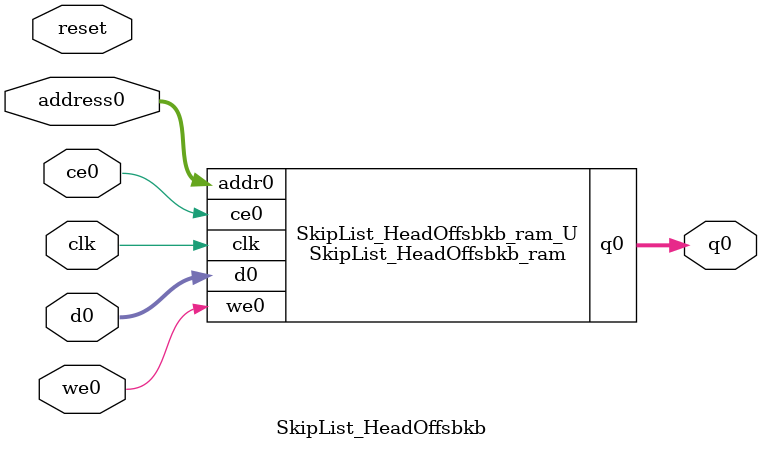
<source format=v>

`timescale 1 ns / 1 ps
module SkipList_HeadOffsbkb_ram (addr0, ce0, d0, we0, q0,  clk);

parameter DWIDTH = 32;
parameter AWIDTH = 8;
parameter MEM_SIZE = 200;

input[AWIDTH-1:0] addr0;
input ce0;
input[DWIDTH-1:0] d0;
input we0;
output reg[DWIDTH-1:0] q0;
input clk;

(* ram_style = "block" *)reg [DWIDTH-1:0] ram[0:MEM_SIZE-1];




always @(posedge clk)  
begin 
    if (ce0) 
    begin
        if (we0) 
        begin 
            ram[addr0] <= d0; 
            q0 <= d0;
        end 
        else 
            q0 <= ram[addr0];
    end
end


endmodule


`timescale 1 ns / 1 ps
module SkipList_HeadOffsbkb(
    reset,
    clk,
    address0,
    ce0,
    we0,
    d0,
    q0);

parameter DataWidth = 32'd32;
parameter AddressRange = 32'd200;
parameter AddressWidth = 32'd8;
input reset;
input clk;
input[AddressWidth - 1:0] address0;
input ce0;
input we0;
input[DataWidth - 1:0] d0;
output[DataWidth - 1:0] q0;



SkipList_HeadOffsbkb_ram SkipList_HeadOffsbkb_ram_U(
    .clk( clk ),
    .addr0( address0 ),
    .ce0( ce0 ),
    .d0( d0 ),
    .we0( we0 ),
    .q0( q0 ));

endmodule


</source>
